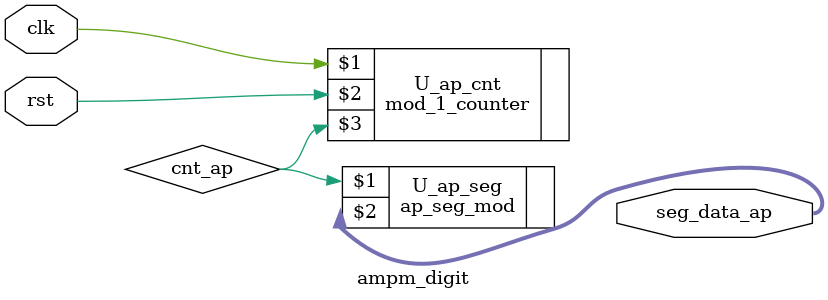
<source format=v>
module ampm_digit(clk, rst, seg_data_ap);

  input		      clk, rst;
  output [7:0]	seg_data_ap;

  wire cnt_ap;
  mod_1_counter U_ap_cnt (clk, rst, cnt_ap);
  ap_seg_mod U_ap_seg (cnt_ap, seg_data_ap);

endmodule

</source>
